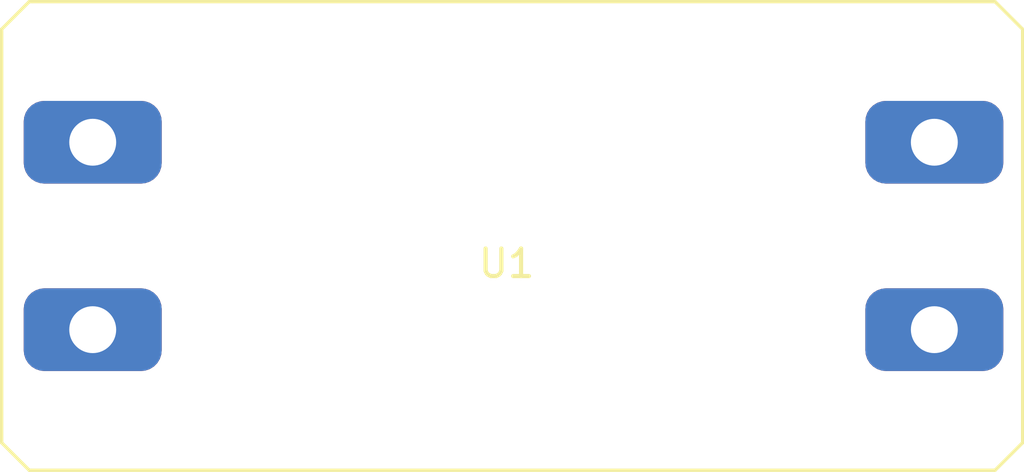
<source format=kicad_pcb>
(kicad_pcb (version 20240108) (generator "pcbnew") (generator_version "8.0")
  (layers (0 "F.Cu" signal) (31 "B.Cu" signal) (34 "B.Paste" user) (35 "F.Paste" user) (36 "B.SilkS" user "B.Silkscreen") (37 "F.SilkS" user "F.Silkscreen") (38 "B.Mask" user) (39 "F.Mask" user) (44 "Edge.Cuts" user))
  (net 0 "")
  (footprint "hw-045:hw-045" (layer "F.Cu") (at 28.9 26)
    (property "Reference" "U1" (at 0 0.5 0) (layer "F.SilkS"))
    (property "Value" "hw-045")
    (fp_line (start -18.3 -8) (end -17.3 -9) (stroke (width 0.12)) (layer "F.SilkS"))
    (fp_line (start -18.3 7) (end -18.3 -8) (stroke (width 0.12)) (layer "F.SilkS"))
    (fp_line (start -18.3 7) (end -17.3 8) (stroke (width 0.12)) (layer "F.SilkS"))
    (fp_line (start -17.3 -9) (end 17.7 -9) (stroke (width 0.12)) (layer "F.SilkS"))
    (fp_line (start -17.3 8) (end 17.7 8) (stroke (width 0.12)) (layer "F.SilkS"))
    (fp_line (start 17.7 8) (end 18.7 7) (stroke (width 0.12)) (layer "F.SilkS"))
    (fp_line (start 18.7 -8) (end 17.7 -9) (stroke (width 0.12)) (layer "F.SilkS"))
    (fp_line (start 18.7 7) (end 18.7 -8) (stroke (width 0.12)) (layer "F.SilkS"))
    (pad "1" thru_hole roundrect (at -15 2.9) (size 5 3) (drill 1.7) (layers "*.Cu" "*.Mask"))
    (pad "2" thru_hole roundrect (at -15 -3.9) (size 5 3) (drill 1.7) (layers "*.Cu" "*.Mask"))
    (pad "3" thru_hole roundrect (at 15.5 -3.9) (size 5 3) (drill 1.7) (layers "*.Cu" "*.Mask"))
    (pad "4" thru_hole roundrect (at 15.5 2.9) (size 5 3) (drill 1.7) (layers "*.Cu" "*.Mask"))
  )
)
</source>
